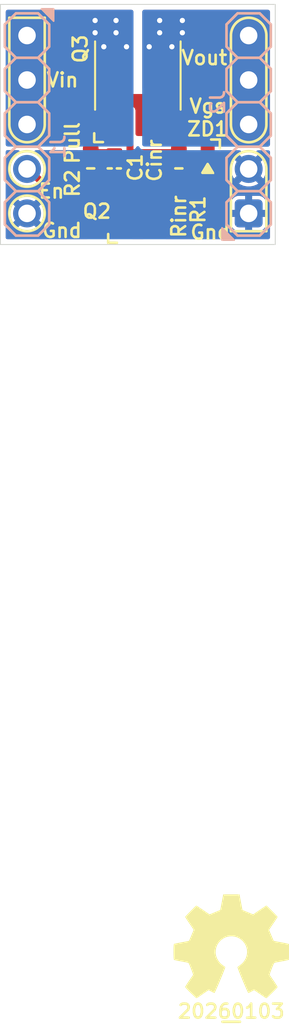
<source format=kicad_pcb>
(kicad_pcb (version 20241229) (generator "pcbnew") (generator_version "9.0")
  (layers (0 "F.Cu" mixed) (2 "B.Cu" mixed) (13 "F.Paste" user) (15 "B.Paste" user) (5 "F.SilkS" user "F.Silkscreen") (7 "B.SilkS" user "B.Silkscreen") (1 "F.Mask" user) (3 "B.Mask" user) (25 "Edge.Cuts" user))
  (net 0 "")
  (net 1 "/VIN")
  (net 2 "/EN")
  (net 3 "/GND")
  (net 4 "/VOUT")
  (net 5 "Net-(Q2-D)")
  (net 6 "Net-(Q3-G1)")
  (net 7 "/Sources")
  (footprint "SquantorLabels:Label_Generic" (layer "F.Cu") (at 138.7 91.3)
    (property "Reference" "N1" (hide yes))
    (property "Value" "20260103" (at 0 0 0) (layer "F.SilkS") (effects (font (size 0.8 0.8))))
    (fp_line (start -0.5 0.6) (end 0.5 0.6) (stroke (width 0.15)) (layer "F.SilkS"))
  )
  (footprint "Symbol:OSHW-Symbol_6.7x6mm_SilkScreen" (layer "F.Cu") (at 138.7 87.6)
    (property "Reference" "N2" (hide yes))
    (property "Value" "OHWLOGO" (hide yes))
    (fp_poly (pts (xy 0.555814 -2.531069) (xy 0.639635 -2.086445) (xy 0.94892 -1.958947) (xy 1.258206 -1.831449) (xy 1.629246 -2.083754) (xy 1.733157 -2.154004) (xy 1.827087 -2.216728) (xy 1.906652 -2.269062) (xy 1.96747 -2.308143) (xy 2.005157 -2.331107) (xy 2.015421 -2.336058) (xy 2.03391 -2.323324) (xy 2.07342 -2.288118) (xy 2.129522 -2.234938) (xy 2.197787 -2.168282) (xy 2.273786 -2.092646) (xy 2.353092 -2.012528) (xy 2.431275 -1.932426) (xy 2.503907 -1.856836) (xy 2.566559 -1.790255) (xy 2.614803 -1.737182) (xy 2.64421 -1.702113) (xy 2.651241 -1.690377) (xy 2.641123 -1.66874) (xy 2.612759 -1.621338) (xy 2.569129 -1.552807) (xy 2.513218 -1.467785) (xy 2.448006 -1.370907) (xy 2.410219 -1.31565) (xy 2.341343 -1.214752) (xy 2.28014 -1.123701) (xy 2.229578 -1.04703) (xy 2.192628 -0.989272) (xy 2.172258 -0.954957) (xy 2.169197 -0.947746) (xy 2.176136 -0.927252) (xy 2.195051 -0.879487) (xy 2.223087 -0.811168) (xy 2.257391 -0.729011) (xy 2.295109 -0.63973) (xy 2.333387 -0.550042) (xy 2.36937 -0.466662) (xy 2.400206 -0.396306) (xy 2.423039 -0.34569) (xy 2.435017 -0.321529) (xy 2.435724 -0.320578) (xy 2.454531 -0.315964) (xy 2.504618 -0.305672) (xy 2.580793 -0.290713) (xy 2.677865 -0.272099) (xy 2.790643 -0.250841) (xy 2.856442 -0.238582) (xy 2.97695 -0.215638) (xy 3.085797 -0.193805) (xy 3.177476 -0.174278) (xy 3.246481 -0.158252) (xy 3.287304 -0.146921) (xy 3.295511 -0.143326) (xy 3.303548 -0.118994) (xy 3.310033 -0.064041) (xy 3.31497 0.015108) (xy 3.318364 0.112026) (xy 3.320218 0.220287) (xy 3.320538 0.333465) (xy 3.319327 0.445135) (xy 3.31659 0.548868) (xy 3.312331 0.638241) (xy 3.306555 0.706826) (xy 3.299267 0.748197) (xy 3.294895 0.75681) (xy 3.268764 0.767133) (xy 3.213393 0.781892) (xy 3.136107 0.799352) (xy 3.04423 0.81778) (xy 3.012158 0.823741) (xy 2.857524 0.852066) (xy 2.735375 0.874876) (xy 2.641673 0.89308) (xy 2.572384 0.907583) (xy 2.523471 0.919292) (xy 2.490897 0.929115) (xy 2.470628 0.937956) (xy 2.458626 0.946724) (xy 2.456947 0.948457) (xy 2.440184 0.976371) (xy 2.414614 1.030695) (xy 2.382788 1.104777) (xy 2.34726 1.191965) (xy 2.310583 1.285608) (xy 2.275311 1.379052) (xy 2.243996 1.465647) (xy 2.219193 1.53874) (xy 2.203454 1.591678) (xy 2.199332 1.617811) (xy 2.199676 1.618726) (xy 2.213641 1.640086) (xy 2.245322 1.687084) (xy 2.291391 1.754827) (xy 2.348518 1.838423) (xy 2.413373 1.932982) (xy 2.431843 1.959854) (xy 2.497699 2.057275) (xy 2.55565 2.146163) (xy 2.602538 2.221412) (xy 2.635207 2.27792) (xy 2.6505 2.310581) (xy 2.651241 2.314593) (xy 2.638392 2.335684) (xy 2.602888 2.377464) (xy 2.549293 2.435445) (xy 2.482171 2.505135) (xy 2.406087 2.582045) (xy 2.325604 2.661683) (xy 2.245287 2.739561) (xy 2.169699 2.811186) (xy 2.103405 2.87207) (xy 2.050969 2.917721) (xy 2.016955 2.94365) (xy 2.007545 2.947883) (xy 1.985643 2.937912) (xy 1.9408 2.91102) (xy 1.880321 2.871736) (xy 1.833789 2.840117) (xy 1.749475 2.782098) (xy 1.649626 2.713784) (xy 1.549473 2.645579) (xy 1.495627 2.609075) (xy 1.313371 2.4858) (xy 1.160381 2.56852) (xy 1.090682 2.604759) (xy 1.031414 2.632926) (xy 0.991311 2.648991) (xy 0.981103 2.651226) (xy 0.968829 2.634722) (xy 0.944613 2.588082) (xy 0.910263 2.515609) (xy 0.867588 2.421606) (xy 0.818394 2.310374) (xy 0.76449 2.186215) (xy 0.707684 2.053432) (xy 0.649782 1.916327) (xy 0.592593 1.779202) (xy 0.537924 1.646358) (xy 0.487584 1.522098) (xy 0.44338 1.410725) (xy 0.407119 1.316539) (xy 0.380609 1.243844) (xy 0.365658 1.196941) (xy 0.363254 1.180833) (xy 0.382311 1.160286) (xy 0.424036 1.126933) (xy 0.479706 1.087702) (xy 0.484378 1.084599) (xy 0.628264 0.969423) (xy 0.744283 0.835053) (xy 0.83143 0.685784) (xy 0.888699 0.525913) (xy 0.915086 0.359737) (xy 0.909585 0.191552) (xy 0.87119 0.025655) (xy 0.798895 -0.133658) (xy 0.777626 -0.168513) (xy 0.666996 -0.309263) (xy 0.536302 -0.422286) (xy 0.390064 -0.506997) (xy 0.232808 -0.562806) (xy 0.069057 -0.589126) (xy -0.096667 -0.58537) (xy -0.259838 -0.55095) (xy -0.415935 -0.485277) (xy -0.560433 -0.387765) (xy -0.605131 -0.348187) (xy -0.718888 -0.224297) (xy -0.801782 -0.093876) (xy -0.858644 0.052315) (xy -0.890313 0.197088) (xy -0.898131 0.35986) (xy -0.872062 0.52344) (xy -0.814755 0.682298) (xy -0.728856 0.830906) (xy -0.617014 0.963735) (xy -0.481877 1.075256) (xy -0.464117 1.087011) (xy -0.40785 1.125508) (xy -0.365077 1.158863) (xy -0.344628 1.18016) (xy -0.344331 1.180833) (xy -0.348721 1.203871) (xy -0.366124 1.256157) (xy -0.394732 1.33339) (xy -0.432735 1.431268) (xy -0.478326 1.545491) (xy -0.529697 1.671758) (xy -0.585038 1.805767) (xy -0.642542 1.943218) (xy -0.700399 2.079808) (xy -0.756802 2.211237) (xy -0.809942 2.333205) (xy -0.85801 2.441409) (xy -0.899199 2.531549) (xy -0.931699 2.599323) (xy -0.953703 2.64043) (xy -0.962564 2.651226) (xy -0.98964 2.642819) (xy -1.040303 2.620272) (xy -1.105817 2.587613) (xy -1.141841 2.56852) (xy -1.294832 2.4858) (xy -1.477088 2.609075) (xy -1.570125 2.672228) (xy -1.671985 2.741727) (xy -1.767438 2.807165) (xy -1.81525 2.840117) (xy -1.882495 2.885273) (xy -1.939436 2.921057) (xy -1.978646 2.942938) (xy -1.991381 2.947563) (xy -2.009917 2.935085) (xy -2.050941 2.900252) (xy -2.110475 2.846678) (xy -2.184542 2.777983) (xy -2.269165 2.697781) (xy -2.322685 2.646286) (xy -2.416319 2.554286) (xy -2.497241 2.471999) (xy -2.562177 2.402945) (xy -2.607858 2.350644) (xy -2.631011 2.318616) (xy -2.633232 2.312116) (xy -2.622924 2.287394) (xy -2.594439 2.237405) (xy -2.550937 2.167212) (xy -2.495577 2.081875) (xy -2.43152 1.986456) (xy -2.413303 1.959854) (xy -2.346927 1.863167) (xy -2.287378 1.776117) (xy -2.237984 1.703595) (xy -2.202075 1.650493) (xy -2.182981 1.621703) (xy -2.181136 1.618726) (xy -2.183895 1.595782) (xy -2.198538 1.545336) (xy -2.222513 1.474041) (xy -2.253266 1.388547) (xy -2.288244 1.295507) (xy -2.324893 1.201574) (xy -2.360661 1.113399) (xy -2.392994 1.037634) (xy -2.419338 0.980931) (xy -2.437142 0.949943) (xy -2.438407 0.948457) (xy -2.449294 0.939601) (xy -2.467682 0.930843) (xy -2.497606 0.921277) (xy -2.543103 0.909996) (xy -2.608209 0.896093) (xy -2.696961 0.878663) (xy -2.813393 0.856798) (xy -2.961542 0.829591) (xy -2.993618 0.823741) (xy -3.088686 0.805374) (xy -3.171565 0.787405) (xy -3.23493 0.771569) (xy -3.271458 0.7596) (xy -3.276356 0.75681) (xy -3.284427 0.732072) (xy -3.290987 0.67679) (xy -3.296033 0.597389) (xy -3.299559 0.500296) (xy -3.301561 0.391938) (xy -3.302036 0.27874) (xy -3.300977 0.167128) (xy -3.298382 0.063529) (xy -3.294246 -0.025632) (xy -3.288563 -0.093928) (xy -3.281331 -0.134934) (xy -3.276971 -0.143326) (xy -3.252698 -0.151792) (xy -3.197426 -0.165565) (xy -3.116662 -0.18345) (xy -3.015912 -0.204252) (xy -2.900683 -0.226777) (xy -2.837902 -0.238582) (xy -2.718787 -0.260849) (xy -2.612565 -0.281021) (xy -2.524427 -0.298085) (xy -2.459566 -0.311031) (xy -2.423174 -0.318845) (xy -2.417184 -0.320578) (xy -2.407061 -0.34011) (xy -2.385662 -0.387157) (xy -2.355839 -0.454997) (xy -2.320445 -0.536909) (xy -2.282332 -0.626172) (xy -2.244353 -0.716065) (xy -2.20936 -0.799865) (xy -2.180206 -0.870853) (xy -2.159743 -0.922306) (xy -2.150823 -0.947503) (xy -2.150657 -0.948604) (xy -2.160769 -0.968481) (xy -2.189117 -1.014223) (xy -2.232723 -1.081283) (xy -2.288606 -1.165116) (xy -2.353787 -1.261174) (xy -2.391679 -1.31635) (xy -2.460725 -1.417519) (xy -2.52205 -1.50937) (xy -2.572663 -1.587256) (xy -2.609571 -1.646531) (xy -2.629782 -1.682549) (xy -2.632701 -1.690623) (xy -2.620153 -1.709416) (xy -2.585463 -1.749543) (xy -2.533063 -1.806507) (xy -2.467384 -1.875815) (xy -2.392856 -1.952969) (xy -2.313913 -2.033475) (xy -2.234983 -2.112837) (xy -2.1605 -2.18656) (xy -2.094894 -2.250148) (xy -2.042596 -2.299106) (xy -2.008039 -2.328939) (xy -1.996478 -2.336058) (xy -1.977654 -2.326047) (xy -1.932631 -2.297922) (xy -1.865787 -2.254546) (xy -1.781499 -2.198782) (xy -1.684144 -2.133494) (xy -1.610707 -2.083754) (xy -1.239667 -1.831449) (xy -0.621095 -2.086445) (xy -0.537275 -2.531069) (xy -0.453454 -2.975693) (xy 0.471994 -2.975693) (xy 0.555814 -2.531069)) (stroke (width 0.01)) (fill yes) (layer "F.SilkS"))
  )
  (footprint "SquantorResistor:R_0603_hand" (layer "F.Cu") (at 135.7 43.15 -90)
    (property "Reference" "R1" (at 2.35 -1.1 90) (layer "F.SilkS") (effects (font (size 0.8 0.8))))
    (property "Value" "Rinr" (at 2.75 0 90) (layer "F.SilkS") (effects (font (size 0.8 0.8))))
    (fp_line (start 0 -0.2) (end 0 0.2) (stroke (width 0.15)) (layer "F.SilkS"))
    (pad "1" smd roundrect (at -0.9 0 270) (size 0.8 0.9) (layers "F.Cu" "F.Mask" "F.Paste") (roundrect_rratio 0.1428571429) (net 6 "Net-(Q3-G1)"))
    (pad "2" smd roundrect (at 0.9 0 270) (size 0.8 0.9) (layers "F.Cu" "F.Mask" "F.Paste") (roundrect_rratio 0.1428571429) (net 5 "Net-(Q2-D)"))
  )
  (footprint "SquantorIC:SOT23-3" (layer "F.Cu") (at 133.35 45.6 90)
    (property "Reference" "Q2" (at 0 -2.35 180) (layer "F.SilkS") (effects (font (size 0.8 0.8))))
    (property "Value" "NMOS")
    (fp_line (start -1.3 -1.7) (end -1.8 -1.7) (stroke (width 0.1)) (layer "F.SilkS"))
    (fp_line (start -1.8 -1.7) (end -1.3 -1.7) (stroke (width 0.15)) (layer "F.SilkS"))
    (fp_line (start -1.8 -1.7) (end -1.8 -1.2) (stroke (width 0.15)) (layer "F.SilkS"))
    (pad "1" smd roundrect (at -1 -0.95) (size 0.8 0.9) (layers "F.Cu" "F.Mask" "F.Paste") (roundrect_rratio 0.2) (net 2 "/EN"))
    (pad "2" smd roundrect (at -1 0.95) (size 0.8 0.9) (layers "F.Cu" "F.Mask" "F.Paste") (roundrect_rratio 0.2) (net 3 "/GND"))
    (pad "3" smd roundrect (at 1 0) (size 0.8 0.9) (layers "F.Cu" "F.Mask" "F.Paste") (roundrect_rratio 0.2) (net 5 "Net-(Q2-D)"))
  )
  (footprint "SquantorCapacitor:C_0603" (layer "F.Cu") (at 132 43.15 -90)
    (property "Reference" "C1" (at -0.05 -1.2 90) (layer "F.SilkS") (effects (font (size 0.8 0.8))))
    (property "Value" "Cinr" (at -0.45 -2.3 90) (layer "F.SilkS") (effects (font (size 0.8 0.8))))
    (fp_line (start 0 0.375) (end 0 0.15) (stroke (width 0.15)) (layer "F.SilkS"))
    (fp_line (start 0 -0.15) (end 0 -0.375) (stroke (width 0.15)) (layer "F.SilkS"))
    (pad "1" smd roundrect (at -0.75 0 270) (size 0.8 0.9) (layers "F.Cu" "F.Mask" "F.Paste") (roundrect_rratio 0.125) (net 7 "/Sources"))
    (pad "2" smd roundrect (at 0.75 0 270) (size 0.8 0.9) (layers "F.Cu" "F.Mask" "F.Paste") (roundrect_rratio 0.125) (net 6 "Net-(Q3-G1)"))
  )
  (footprint "SquantorIC:SOIC-8" (layer "F.Cu") (at 133.35 37.846 90)
    (property "Reference" "Q3" (at 1.524 -3.3 90) (layer "F.SilkS") (effects (font (size 0.8 0.8))))
    (property "Value" "Q_PMOS_DUAL")
    (fp_line (start -3.8 -2.5) (end -3.3 -2.5) (stroke (width 0.15)) (layer "F.SilkS"))
    (fp_line (start -3.8 -2.5) (end -3.8 -2) (stroke (width 0.15)) (layer "F.SilkS"))
    (fp_line (start -1.95 -2.45) (end 1.95 -2.45) (stroke (width 0.12)) (layer "F.SilkS"))
    (fp_line (start -1.95 2.45) (end 1.95 2.45) (stroke (width 0.12)) (layer "F.SilkS"))
    (pad "1" smd roundrect (at -2.7 -1.905 180) (size 0.6 1.55) (layers "F.Cu" "F.Mask" "F.Paste") (roundrect_rratio 0.4) (net 7 "/Sources"))
    (pad "2" smd roundrect (at -2.7 -0.635 180) (size 0.6 1.55) (layers "F.Cu" "F.Mask" "F.Paste") (roundrect_rratio 0.2) (net 6 "Net-(Q3-G1)"))
    (pad "3" smd roundrect (at -2.7 0.635 180) (size 0.6 1.55) (layers "F.Cu" "F.Mask" "F.Paste") (roundrect_rratio 0.2) (net 7 "/Sources"))
    (pad "4" smd roundrect (at -2.7 1.905 180) (size 0.6 1.55) (layers "F.Cu" "F.Mask" "F.Paste") (roundrect_rratio 0.2) (net 6 "Net-(Q3-G1)"))
    (pad "5" smd roundrect (at 2.7 1.905 180) (size 0.6 1.55) (layers "F.Cu" "F.Mask" "F.Paste") (roundrect_rratio 0.2) (net 4 "/VOUT"))
    (pad "6" smd roundrect (at 2.7 0.635 180) (size 0.6 1.55) (layers "F.Cu" "F.Mask" "F.Paste") (roundrect_rratio 0.2) (net 4 "/VOUT"))
    (pad "7" smd roundrect (at 2.7 -0.635 180) (size 0.6 1.55) (layers "F.Cu" "F.Mask" "F.Paste") (roundrect_rratio 0.2) (net 1 "/VIN"))
    (pad "8" smd roundrect (at 2.7 -1.905 180) (size 0.6 1.55) (layers "F.Cu" "F.Mask" "F.Paste") (roundrect_rratio 0.2) (net 1 "/VIN"))
  )
  (footprint "SquantorResistor:R_0603_hand" (layer "F.Cu") (at 130.65 43.15 -90)
    (property "Reference" "R2" (at 0.85 1.05 90) (layer "F.SilkS") (effects (font (size 0.8 0.8))))
    (property "Value" "Pull" (at -1.45 1.05 270) (layer "F.SilkS") (effects (font (size 0.8 0.8))))
    (fp_line (start 0 -0.2) (end 0 0.2) (stroke (width 0.15)) (layer "F.SilkS"))
    (pad "1" smd roundrect (at -0.9 0 270) (size 0.8 0.9) (layers "F.Cu" "F.Mask" "F.Paste") (roundrect_rratio 0.1428571429) (net 7 "/Sources"))
    (pad "2" smd roundrect (at 0.9 0 270) (size 0.8 0.9) (layers "F.Cu" "F.Mask" "F.Paste") (roundrect_rratio 0.1428571429) (net 6 "Net-(Q3-G1)"))
  )
  (footprint "SquantorDiodes:SOD-323-nexperia-hand" (layer "F.Cu") (at 137.35 43.2 -90)
    (property "Reference" "ZD1" (at -2.3 0 0) (layer "F.SilkS") (effects (font (size 0.8 0.8))))
    (property "Value" "Vgs" (at -3.6 0 0) (layer "F.SilkS") (effects (font (size 0.8 0.8))))
    (fp_line (start -1.7 -0.7) (end -1.7 -0.2) (stroke (width 0.15)) (layer "F.SilkS"))
    (fp_line (start -1.7 -0.7) (end -1.2 -0.7) (stroke (width 0.15)) (layer "F.SilkS"))
    (fp_poly (pts (xy -0.3 0) (xy 0.2 -0.3) (xy 0.2 0.3)) (stroke (width 0.15)) (fill yes) (layer "F.SilkS"))
    (pad "1" smd roundrect (at -1.05 0 270) (size 0.8 0.8) (layers "F.Cu" "F.Mask" "F.Paste") (roundrect_rratio 0.2) (net 7 "/Sources"))
    (pad "2" smd roundrect (at 1.05 0 270) (size 0.8 0.8) (layers "F.Cu" "F.Mask" "F.Paste") (roundrect_rratio 0.2) (net 6 "Net-(Q3-G1)"))
  )
  (footprint "SquantorConnectors:Header-0254-1X05-H010" (layer "B.Cu") (at 139.7 39.37 90)
    (property "Reference" "J2" (at 0 -1.778 270) (layer "B.SilkS") (effects (font (size 0.8 0.8)) (justify mirror)))
    (property "Value" "Conn_01x04")
    (fp_line (start 4.445 -1.27) (end 3.175 -1.27) (stroke (width 0.1524)) (layer "B.SilkS"))
    (fp_line (start 3.175 -1.27) (end 2.54 -0.635) (stroke (width 0.1524)) (layer "B.SilkS"))
    (fp_line (start 1.905 -1.27) (end 0.635 -1.27) (stroke (width 0.1524)) (layer "B.SilkS"))
    (fp_line (start -0.635 -1.27) (end -1.905 -1.27) (stroke (width 0.1524)) (layer "B.SilkS"))
    (fp_line (start -1.905 -1.27) (end -2.54 -0.635) (stroke (width 0.1524)) (layer "B.SilkS"))
    (fp_line (start -3.175 -1.27) (end -4.445 -1.27) (stroke (width 0.1524)) (layer "B.SilkS"))
    (fp_line (start -4.445 -1.27) (end -5.08 -0.635) (stroke (width 0.1524)) (layer "B.SilkS"))
    (fp_line (start -5.715 -1.27) (end -6.985 -1.27) (stroke (width 0.1524)) (layer "B.SilkS"))
    (fp_line (start 5.08 -0.635) (end 4.445 -1.27) (stroke (width 0.1524)) (layer "B.SilkS"))
    (fp_line (start 2.54 -0.635) (end 1.905 -1.27) (stroke (width 0.1524)) (layer "B.SilkS"))
    (fp_line (start 0 -0.635) (end 0.635 -1.27) (stroke (width 0.1524)) (layer "B.SilkS"))
    (fp_line (start 0 -0.635) (end -0.635 -1.27) (stroke (width 0.1524)) (layer "B.SilkS"))
    (fp_line (start -2.54 -0.635) (end -3.175 -1.27) (stroke (width 0.1524)) (layer "B.SilkS"))
    (fp_line (start -5.08 -0.635) (end -5.715 -1.27) (stroke (width 0.1524)) (layer "B.SilkS"))
    (fp_line (start -7.62 -0.635) (end -6.985 -1.27) (stroke (width 0.1524)) (layer "B.SilkS"))
    (fp_line (start 5.08 0.635) (end 5.08 -0.635) (stroke (width 0.15)) (layer "B.SilkS"))
    (fp_line (start 2.54 0.635) (end 2.54 -0.635) (stroke (width 0.1524)) (layer "B.SilkS"))
    (fp_line (start 2.54 0.635) (end 3.175 1.27) (stroke (width 0.1524)) (layer "B.SilkS"))
    (fp_line (start 0 0.635) (end 0 -0.635) (stroke (width 0.1524)) (layer "B.SilkS"))
    (fp_line (start -2.54 0.635) (end -2.54 -0.635) (stroke (width 0.1524)) (layer "B.SilkS"))
    (fp_line (start -2.54 0.635) (end -1.905 1.27) (stroke (width 0.1524)) (layer "B.SilkS"))
    (fp_line (start -5.08 0.635) (end -5.08 -0.635) (stroke (width 0.1524)) (layer "B.SilkS"))
    (fp_line (start -5.08 0.635) (end -4.445 1.27) (stroke (width 0.1524)) (layer "B.SilkS"))
    (fp_line (start -7.62 0.635) (end -7.62 -0.635) (stroke (width 0.1524)) (layer "B.SilkS"))
    (fp_line (start 4.445 1.27) (end 5.08 0.635) (stroke (width 0.1524)) (layer "B.SilkS"))
    (fp_line (start 3.175 1.27) (end 4.445 1.27) (stroke (width 0.1524)) (layer "B.SilkS"))
    (fp_line (start 1.905 1.27) (end 2.54 0.635) (stroke (width 0.1524)) (layer "B.SilkS"))
    (fp_line (start 0.635 1.27) (end 0 0.635) (stroke (width 0.1524)) (layer "B.SilkS"))
    (fp_line (start 0.635 1.27) (end 1.905 1.27) (stroke (width 0.1524)) (layer "B.SilkS"))
    (fp_line (start -0.635 1.27) (end 0 0.635) (stroke (width 0.1524)) (layer "B.SilkS"))
    (fp_line (start -1.905 1.27) (end -0.635 1.27) (stroke (width 0.1524)) (layer "B.SilkS"))
    (fp_line (start -3.175 1.27) (end -2.54 0.635) (stroke (width 0.1524)) (layer "B.SilkS"))
    (fp_line (start -4.445 1.27) (end -3.175 1.27) (stroke (width 0.1524)) (layer "B.SilkS"))
    (fp_line (start -5.715 1.27) (end -5.08 0.635) (stroke (width 0.1524)) (layer "B.SilkS"))
    (fp_line (start -6.985 1.27) (end -7.62 0.635) (stroke (width 0.1524)) (layer "B.SilkS"))
    (fp_line (start -6.985 1.27) (end -5.715 1.27) (stroke (width 0.1524)) (layer "B.SilkS"))
    (fp_poly (pts (xy -7.874 -0.8255) (xy -7.874 -1.524) (xy -7.1755 -1.524)) (stroke (width 0.1)) (fill yes) (layer "B.SilkS"))
    (pad "1" thru_hole roundrect (at -6.35 0 270) (size 1.6 1.6) (drill 1) (layers "*.Cu" "*.Mask") (roundrect_rratio 0.15) (net 3 "/GND"))
    (pad "2" thru_hole circle (at -3.81 0 270) (size 1.6 1.6) (drill 1) (layers "*.Cu" "*.Mask") (net 3 "/GND"))
    (pad "3" thru_hole circle (at -1.27 0 270) (size 1.6 1.6) (drill 1) (layers "*.Cu" "*.Mask") (net 4 "/VOUT"))
    (pad "4" thru_hole circle (at 1.27 0 270) (size 1.6 1.6) (drill 1) (layers "*.Cu" "*.Mask") (net 4 "/VOUT"))
    (pad "5" thru_hole circle (at 3.81 0 270) (size 1.6 1.6) (drill 1) (layers "*.Cu" "*.Mask") (net 4 "/VOUT"))
  )
  (footprint "SquantorConnectors:Header-0254-1X05-H010" (layer "B.Cu") (at 127 41.91 -90)
    (property "Reference" "J1" (at 0 -1.778 90) (layer "B.SilkS") (effects (font (size 0.8 0.8)) (justify mirror)))
    (property "Value" "Conn_01x04")
    (fp_line (start -6.985 1.27) (end -5.715 1.27) (stroke (width 0.1524)) (layer "B.SilkS"))
    (fp_line (start -6.985 1.27) (end -7.62 0.635) (stroke (width 0.1524)) (layer "B.SilkS"))
    (fp_line (start -5.715 1.27) (end -5.08 0.635) (stroke (width 0.1524)) (layer "B.SilkS"))
    (fp_line (start -4.445 1.27) (end -3.175 1.27) (stroke (width 0.1524)) (layer "B.SilkS"))
    (fp_line (start -3.175 1.27) (end -2.54 0.635) (stroke (width 0.1524)) (layer "B.SilkS"))
    (fp_line (start -1.905 1.27) (end -0.635 1.27) (stroke (width 0.1524)) (layer "B.SilkS"))
    (fp_line (start -0.635 1.27) (end 0 0.635) (stroke (width 0.1524)) (layer "B.SilkS"))
    (fp_line (start 0.635 1.27) (end 1.905 1.27) (stroke (width 0.1524)) (layer "B.SilkS"))
    (fp_line (start 0.635 1.27) (end 0 0.635) (stroke (width 0.1524)) (layer "B.SilkS"))
    (fp_line (start 1.905 1.27) (end 2.54 0.635) (stroke (width 0.1524)) (layer "B.SilkS"))
    (fp_line (start 3.175 1.27) (end 4.445 1.27) (stroke (width 0.1524)) (layer "B.SilkS"))
    (fp_line (start 4.445 1.27) (end 5.08 0.635) (stroke (width 0.1524)) (layer "B.SilkS"))
    (fp_line (start -7.62 0.635) (end -7.62 -0.635) (stroke (width 0.1524)) (layer "B.SilkS"))
    (fp_line (start -5.08 0.635) (end -4.445 1.27) (stroke (width 0.1524)) (layer "B.SilkS"))
    (fp_line (start -5.08 0.635) (end -5.08 -0.635) (stroke (width 0.1524)) (layer "B.SilkS"))
    (fp_line (start -2.54 0.635) (end -1.905 1.27) (stroke (width 0.1524)) (layer "B.SilkS"))
    (fp_line (start -2.54 0.635) (end -2.54 -0.635) (stroke (width 0.1524)) (layer "B.SilkS"))
    (fp_line (start 0 0.635) (end 0 -0.635) (stroke (width 0.1524)) (layer "B.SilkS"))
    (fp_line (start 2.54 0.635) (end 3.175 1.27) (stroke (width 0.1524)) (layer "B.SilkS"))
    (fp_line (start 2.54 0.635) (end 2.54 -0.635) (stroke (width 0.1524)) (layer "B.SilkS"))
    (fp_line (start 5.08 0.635) (end 5.08 -0.635) (stroke (width 0.15)) (layer "B.SilkS"))
    (fp_line (start -7.62 -0.635) (end -6.985 -1.27) (stroke (width 0.1524)) (layer "B.SilkS"))
    (fp_line (start -5.08 -0.635) (end -5.715 -1.27) (stroke (width 0.1524)) (layer "B.SilkS"))
    (fp_line (start -2.54 -0.635) (end -3.175 -1.27) (stroke (width 0.1524)) (layer "B.SilkS"))
    (fp_line (start 0 -0.635) (end -0.635 -1.27) (stroke (width 0.1524)) (layer "B.SilkS"))
    (fp_line (start 0 -0.635) (end 0.635 -1.27) (stroke (width 0.1524)) (layer "B.SilkS"))
    (fp_line (start 2.54 -0.635) (end 1.905 -1.27) (stroke (width 0.1524)) (layer "B.SilkS"))
    (fp_line (start 5.08 -0.635) (end 4.445 -1.27) (stroke (width 0.1524)) (layer "B.SilkS"))
    (fp_line (start -5.715 -1.27) (end -6.985 -1.27) (stroke (width 0.1524)) (layer "B.SilkS"))
    (fp_line (start -4.445 -1.27) (end -5.08 -0.635) (stroke (width 0.1524)) (layer "B.SilkS"))
    (fp_line (start -3.175 -1.27) (end -4.445 -1.27) (stroke (width 0.1524)) (layer "B.SilkS"))
    (fp_line (start -1.905 -1.27) (end -2.54 -0.635) (stroke (width 0.1524)) (layer "B.SilkS"))
    (fp_line (start -0.635 -1.27) (end -1.905 -1.27) (stroke (width 0.1524)) (layer "B.SilkS"))
    (fp_line (start 1.905 -1.27) (end 0.635 -1.27) (stroke (width 0.1524)) (layer "B.SilkS"))
    (fp_line (start 3.175 -1.27) (end 2.54 -0.635) (stroke (width 0.1524)) (layer "B.SilkS"))
    (fp_line (start 4.445 -1.27) (end 3.175 -1.27) (stroke (width 0.1524)) (layer "B.SilkS"))
    (fp_poly (pts (xy -7.874 -0.8255) (xy -7.874 -1.524) (xy -7.1755 -1.524)) (stroke (width 0.1)) (fill yes) (layer "B.SilkS"))
    (pad "1" thru_hole roundrect (at -6.35 0 90) (size 1.6 1.6) (drill 1) (layers "*.Cu" "*.Mask") (roundrect_rratio 0.15) (net 1 "/VIN"))
    (pad "2" thru_hole circle (at -3.81 0 90) (size 1.6 1.6) (drill 1) (layers "*.Cu" "*.Mask") (net 1 "/VIN"))
    (pad "3" thru_hole circle (at -1.27 0 90) (size 1.6 1.6) (drill 1) (layers "*.Cu" "*.Mask") (net 1 "/VIN"))
    (pad "4" thru_hole circle (at 1.27 0 90) (size 1.6 1.6) (drill 1) (layers "*.Cu" "*.Mask") (net 2 "/EN"))
    (pad "5" thru_hole circle (at 3.81 0 90) (size 1.6 1.6) (drill 1) (layers "*.Cu" "*.Mask") (net 3 "/GND"))
  )
  (gr_circle (center 127 45.72) (end 128.016 45.72) (stroke (width 0.15)) (fill no) (layer "F.SilkS"))
  (gr_line (start 138.684 35.56) (end 138.684 40.64) (stroke (width 0.15)) (layer "F.SilkS"))
  (gr_arc (start 138.684 43.18) (mid 139.7 42.164) (end 140.716 43.18) (stroke (width 0.15)) (layer "F.SilkS"))
  (gr_line (start 138.684 46.736) (end 140.716 46.736) (stroke (width 0.15)) (layer "F.SilkS"))
  (gr_arc (start 140.716 40.64) (mid 139.7 41.656) (end 138.684 40.64) (stroke (width 0.15)) (layer "F.SilkS"))
  (gr_line (start 140.716 46.736) (end 140.716 43.18) (stroke (width 0.15)) (layer "F.SilkS"))
  (gr_arc (start 138.684 35.56) (mid 139.7 34.544) (end 140.716 35.56) (stroke (width 0.15)) (layer "F.SilkS"))
  (gr_line (start 140.716 35.56) (end 140.716 40.64) (stroke (width 0.15)) (layer "F.SilkS"))
  (gr_arc (start 128.016 40.64) (mid 127 41.656) (end 125.984 40.64) (stroke (width 0.15)) (layer "F.SilkS"))
  (gr_line (start 125.984 34.544) (end 125.984 40.64) (stroke (width 0.15)) (layer "F.SilkS"))
  (gr_line (start 128.016 40.64) (end 128.016 34.544) (stroke (width 0.15)) (layer "F.SilkS"))
  (gr_line (start 125.984 34.544) (end 128.016 34.544) (stroke (width 0.15)) (layer "F.SilkS"))
  (gr_circle (center 127 43.18) (end 128.016 43.18) (stroke (width 0.15)) (fill no) (layer "F.SilkS"))
  (gr_line (start 138.684 46.736) (end 138.684 43.18) (stroke (width 0.15)) (layer "F.SilkS"))
  (gr_line (start 141.224 33.782) (end 125.476 33.782) (stroke (width 0.05)) (layer "Edge.Cuts"))
  (gr_line (start 125.476 33.782) (end 125.476 47.498) (stroke (width 0.05)) (layer "Edge.Cuts"))
  (gr_line (start 125.476 47.498) (end 141.224 47.498) (stroke (width 0.05)) (layer "Edge.Cuts"))
  (gr_line (start 141.224 47.498) (end 141.224 33.782) (stroke (width 0.05)) (layer "Edge.Cuts"))
  (gr_text "Vin" (at 129.032 38.1 0) (layer "F.SilkS") (effects (font (size 0.8 0.8) (thickness 0.15) (bold yes))))
  (gr_text "Gnd" (at 137.5 46.8 0) (layer "F.SilkS") (effects (font (size 0.8 0.8) (thickness 0.15) (bold yes))))
  (gr_text "Vout" (at 137.16 36.83 0) (layer "F.SilkS") (effects (font (size 0.8 0.8) (thickness 0.15) (bold yes))))
  (gr_text "En" (at 128.4 44.45 0) (layer "F.SilkS") (effects (font (size 0.8 0.8) (thickness 0.15) (bold yes))))
  (gr_text "Gnd" (at 129 46.7 0) (layer "F.SilkS") (effects (font (size 0.8 0.8) (thickness 0.15) (bold yes))))
  (via (at 130.9 34.7) (size 0.7) (drill 0.3) (layers "F.Cu" "B.Cu") (net 1))
  (via (at 132.7 36.2) (size 0.7) (drill 0.3) (layers "F.Cu" "B.Cu") (net 1))
  (via (at 132.1 35.4) (size 0.7) (drill 0.3) (layers "F.Cu" "B.Cu") (net 1))
  (via (at 130.9 35.4) (size 0.7) (drill 0.3) (layers "F.Cu" "B.Cu") (net 1))
  (via (at 131.4 36.2) (size 0.7) (drill 0.3) (layers "F.Cu" "B.Cu") (net 1))
  (via (at 132.1 34.7) (size 0.7) (drill 0.3) (layers "F.Cu" "B.Cu") (net 1))
  (segment (start 130.5 46.6) (end 132.4 46.6) (width 0.4) (layer "F.Cu") (net 2))
  (segment (start 127.02 43.2) (end 127.1 43.2) (width 0.4) (layer "F.Cu") (net 2))
  (segment (start 127.1 43.2) (end 130.5 46.6) (width 0.4) (layer "F.Cu") (net 2))
  (via (at 134.6 34.7) (size 0.7) (drill 0.3) (layers "F.Cu" "B.Cu") (net 4))
  (via (at 134.6 35.4) (size 0.7) (drill 0.3) (layers "F.Cu" "B.Cu") (net 4))
  (via (at 135.9 35.4) (size 0.7) (drill 0.3) (layers "F.Cu" "B.Cu") (net 4))
  (via (at 135.3 36.2) (size 0.7) (drill 0.3) (layers "F.Cu" "B.Cu") (net 4))
  (via (at 135.9 34.7) (size 0.7) (drill 0.3) (layers "F.Cu" "B.Cu") (net 4))
  (via (at 134 36.2) (size 0.7) (drill 0.3) (layers "F.Cu" "B.Cu") (net 4))
  (segment (start 135.05 44.05) (end 134.5 44.6) (width 0.4) (layer "F.Cu") (net 5))
  (segment (start 134.5 44.6) (end 133.35 44.6) (width 0.4) (layer "F.Cu") (net 5))
  (segment (start 135.7 44.05) (end 135.05 44.05) (width 0.4) (layer "F.Cu") (net 5))
  (segment (start 137.1 43.1) (end 135.9 43.1) (width 0.4) (layer "F.Cu") (net 6))
  (segment (start 137.35 43.35) (end 137.1 43.1) (width 0.4) (layer "F.Cu") (net 6))
  (segment (start 135.7 42.25) (end 132.95 42.25) (width 0.4) (layer "F.Cu") (net 6))
  (segment (start 135.7 42.25) (end 135.7 41.6) (width 0.4) (layer "F.Cu") (net 6))
  (segment (start 132.9 42.2) (end 132.9 41.6) (width 0.4) (layer "F.Cu") (net 6))
  (segment (start 132 43.9) (end 132.6 43.9) (width 0.4) (layer "F.Cu") (net 6))
  (segment (start 135.255 41.155) (end 135.255 40.546) (width 0.4) (layer "F.Cu") (net 6))
  (segment (start 135.7 42.9) (end 135.7 42.25) (width 0.4) (layer "F.Cu") (net 6))
  (segment (start 132.6 43.9) (end 132.9 43.6) (width 0.4) (layer "F.Cu") (net 6))
  (segment (start 131.85 44.05) (end 132 43.9) (width 0.4) (layer "F.Cu") (net 6))
  (segment (start 132.9 43.6) (end 132.9 42.2) (width 0.4) (layer "F.Cu") (net 6))
  (segment (start 135.9 43.1) (end 135.7 42.9) (width 0.4) (layer "F.Cu") (net 6))
  (segment (start 137.35 44.25) (end 137.35 43.35) (width 0.4) (layer "F.Cu") (net 6))
  (segment (start 132.715 41.415) (end 132.715 40.546) (width 0.4) (layer "F.Cu") (net 6))
  (segment (start 130.65 44.05) (end 131.85 44.05) (width 0.4) (layer "F.Cu") (net 6))
  (segment (start 132.9 41.6) (end 132.715 41.415) (width 0.4) (layer "F.Cu") (net 6))
  (segment (start 135.7 41.6) (end 135.255 41.155) (width 0.4) (layer "F.Cu") (net 6))
  (segment (start 132.95 42.25) (end 132.9 42.2) (width 0.4) (layer "F.Cu") (net 6))
  (segment (start 133.985 39.415) (end 133.985 40.546) (width 0.4) (layer "F.Cu") (net 7))
  (segment (start 130.65 40.75) (end 130.854 40.546) (width 0.4) (layer "F.Cu") (net 7))
  (segment (start 134.1 39.3) (end 133.985 39.415) (width 0.4) (layer "F.Cu") (net 7))
  (segment (start 131.85 42.25) (end 132 42.4) (width 0.4) (layer "F.Cu") (net 7))
  (segment (start 130.65 42.25) (end 131.85 42.25) (width 0.4) (layer "F.Cu") (net 7))
  (segment (start 130.65 42.25) (end 130.65 40.75) (width 0.4) (layer "F.Cu") (net 7))
  (segment (start 130.854 40.546) (end 131.445 40.546) (width 0.4) (layer "F.Cu") (net 7))
  (segment (start 137 39.3) (end 134.1 39.3) (width 0.4) (layer "F.Cu") (net 7))
  (segment (start 137.35 42.15) (end 137.35 39.65) (width 0.4) (layer "F.Cu") (net 7))
  (segment (start 137.35 39.65) (end 137 39.3) (width 0.4) (layer "F.Cu") (net 7))
  (zone (net 7) (net_name "/Sources") (layer "F.Cu") (priority 3) (connect_pads yes (clearance 0.2)) (min_thickness 0.25) (fill yes (thermal_gap 0.5) (thermal_bridge_width 0.5))
    (polygon (pts (xy 135.6 41.3) (xy 135.6 38.9) (xy 130.4 38.9) (xy 130.4 41.3)))
  )
  (zone (net 4) (net_name "/VOUT") (layers "F.Cu" "B.Cu") (priority 2) (connect_pads yes (clearance 0.2)) (min_thickness 0.25) (fill yes (thermal_gap 0.5) (thermal_bridge_width 0.5))
    (polygon (pts (xy 141.224 33.782) (xy 133.6 33.782) (xy 133.6 41.9) (xy 141.224 41.91)))
  )
  (zone (net 3) (net_name "/GND") (layers "F.Cu" "B.Cu") (connect_pads (clearance 0.2)) (min_thickness 0.2) (fill yes (thermal_gap 0.2) (thermal_bridge_width 0.4))
    (polygon (pts (xy 125.476 33.782) (xy 141.224 33.782) (xy 141.224 47.498) (xy 125.476 47.498)))
  )
  (zone (net 1) (net_name "/VIN") (layers "F.Cu" "B.Cu") (priority 1) (connect_pads yes (clearance 0.2)) (min_thickness 0.25) (fill yes (thermal_gap 0.5) (thermal_bridge_width 0.5))
    (polygon (pts (xy 125.476 33.782) (xy 133.1 33.782) (xy 133.1 41.9) (xy 125.476 41.9)))
  )
)
</source>
